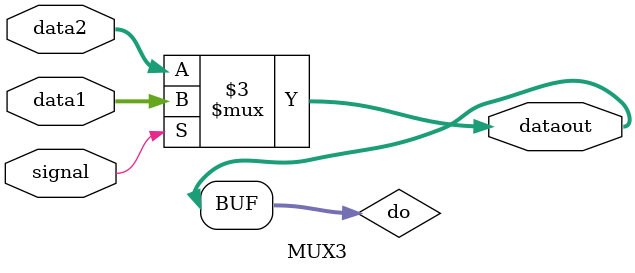
<source format=v>
module MUX3(
  data1,
  data2,
  signal,
  dataout
);

input[4:0] data1;
input[4:0] data2;
input signal;
output [4:0] dataout;

reg[4:0] do;

always@(*)
begin
  if(signal)
    do = data1;
  else
    do = data2;
end

assign dataout = do;

endmodule

</source>
